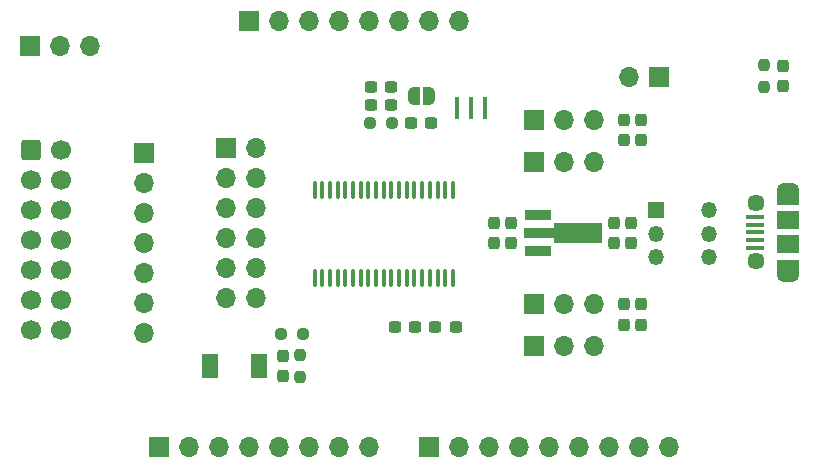
<source format=gts>
G04 #@! TF.GenerationSoftware,KiCad,Pcbnew,(6.0.7)*
G04 #@! TF.CreationDate,2022-09-17T20:46:44+02:00*
G04 #@! TF.ProjectId,SLAU272_FR5739,534c4155-3237-4325-9f46-52353733392e,rev?*
G04 #@! TF.SameCoordinates,Original*
G04 #@! TF.FileFunction,Soldermask,Top*
G04 #@! TF.FilePolarity,Negative*
%FSLAX46Y46*%
G04 Gerber Fmt 4.6, Leading zero omitted, Abs format (unit mm)*
G04 Created by KiCad (PCBNEW (6.0.7)) date 2022-09-17 20:46:44*
%MOMM*%
%LPD*%
G01*
G04 APERTURE LIST*
G04 Aperture macros list*
%AMRoundRect*
0 Rectangle with rounded corners*
0 $1 Rounding radius*
0 $2 $3 $4 $5 $6 $7 $8 $9 X,Y pos of 4 corners*
0 Add a 4 corners polygon primitive as box body*
4,1,4,$2,$3,$4,$5,$6,$7,$8,$9,$2,$3,0*
0 Add four circle primitives for the rounded corners*
1,1,$1+$1,$2,$3*
1,1,$1+$1,$4,$5*
1,1,$1+$1,$6,$7*
1,1,$1+$1,$8,$9*
0 Add four rect primitives between the rounded corners*
20,1,$1+$1,$2,$3,$4,$5,0*
20,1,$1+$1,$4,$5,$6,$7,0*
20,1,$1+$1,$6,$7,$8,$9,0*
20,1,$1+$1,$8,$9,$2,$3,0*%
%AMFreePoly0*
4,1,9,5.362500,-0.866500,1.237500,-0.866500,1.237500,-0.450000,-1.237500,-0.450000,-1.237500,0.450000,1.237500,0.450000,1.237500,0.866500,5.362500,0.866500,5.362500,-0.866500,5.362500,-0.866500,$1*%
%AMFreePoly1*
4,1,22,0.500000,-0.750000,0.000000,-0.750000,0.000000,-0.745033,-0.079941,-0.743568,-0.215256,-0.701293,-0.333266,-0.622738,-0.424486,-0.514219,-0.481581,-0.384460,-0.499164,-0.250000,-0.500000,-0.250000,-0.500000,0.250000,-0.499164,0.250000,-0.499963,0.256109,-0.478152,0.396186,-0.417904,0.524511,-0.324060,0.630769,-0.204165,0.706417,-0.067858,0.745374,0.000000,0.744959,0.000000,0.750000,
0.500000,0.750000,0.500000,-0.750000,0.500000,-0.750000,$1*%
%AMFreePoly2*
4,1,20,0.000000,0.744959,0.073905,0.744508,0.209726,0.703889,0.328688,0.626782,0.421226,0.519385,0.479903,0.390333,0.500000,0.250000,0.500000,-0.250000,0.499851,-0.262216,0.476331,-0.402017,0.414519,-0.529596,0.319384,-0.634700,0.198574,-0.708877,0.061801,-0.746166,0.000000,-0.745033,0.000000,-0.750000,-0.500000,-0.750000,-0.500000,0.750000,0.000000,0.750000,0.000000,0.744959,
0.000000,0.744959,$1*%
G04 Aperture macros list end*
%ADD10R,0.400000X1.900000*%
%ADD11RoundRect,0.250000X-0.600000X-0.600000X0.600000X-0.600000X0.600000X0.600000X-0.600000X0.600000X0*%
%ADD12C,1.700000*%
%ADD13RoundRect,0.237500X0.300000X0.237500X-0.300000X0.237500X-0.300000X-0.237500X0.300000X-0.237500X0*%
%ADD14R,1.700000X1.700000*%
%ADD15O,1.700000X1.700000*%
%ADD16RoundRect,0.237500X0.237500X-0.300000X0.237500X0.300000X-0.237500X0.300000X-0.237500X-0.300000X0*%
%ADD17RoundRect,0.237500X-0.250000X-0.237500X0.250000X-0.237500X0.250000X0.237500X-0.250000X0.237500X0*%
%ADD18R,2.300000X0.900000*%
%ADD19FreePoly0,0.000000*%
%ADD20RoundRect,0.237500X-0.237500X0.287500X-0.237500X-0.287500X0.237500X-0.287500X0.237500X0.287500X0*%
%ADD21RoundRect,0.237500X-0.237500X0.250000X-0.237500X-0.250000X0.237500X-0.250000X0.237500X0.250000X0*%
%ADD22RoundRect,0.237500X-0.237500X0.300000X-0.237500X-0.300000X0.237500X-0.300000X0.237500X0.300000X0*%
%ADD23R,1.550000X0.400000*%
%ADD24R,1.900000X1.200000*%
%ADD25C,1.450000*%
%ADD26O,1.900000X1.200000*%
%ADD27R,1.900000X1.500000*%
%ADD28RoundRect,0.237500X0.237500X-0.250000X0.237500X0.250000X-0.237500X0.250000X-0.237500X-0.250000X0*%
%ADD29R,1.350000X1.350000*%
%ADD30O,1.350000X1.350000*%
%ADD31RoundRect,0.100000X-0.100000X0.637500X-0.100000X-0.637500X0.100000X-0.637500X0.100000X0.637500X0*%
%ADD32R,1.400000X2.000000*%
%ADD33RoundRect,0.237500X0.250000X0.237500X-0.250000X0.237500X-0.250000X-0.237500X0.250000X-0.237500X0*%
%ADD34RoundRect,0.237500X-0.300000X-0.237500X0.300000X-0.237500X0.300000X0.237500X-0.300000X0.237500X0*%
%ADD35FreePoly1,0.000000*%
%ADD36FreePoly2,0.000000*%
G04 APERTURE END LIST*
D10*
X150856000Y-92398000D03*
X149656000Y-92398000D03*
X148456000Y-92398000D03*
D11*
X112445000Y-95950000D03*
D12*
X114985000Y-95950000D03*
X112445000Y-98490000D03*
X114985000Y-98490000D03*
X112445000Y-101030000D03*
X114985000Y-101030000D03*
X112445000Y-103570000D03*
X114985000Y-103570000D03*
X112445000Y-106110000D03*
X114985000Y-106110000D03*
X112445000Y-108650000D03*
X114985000Y-108650000D03*
X112445000Y-111190000D03*
X114985000Y-111190000D03*
D13*
X148386000Y-110940000D03*
X146661000Y-110940000D03*
X142898500Y-92144000D03*
X141173500Y-92144000D03*
D14*
X130860000Y-85030000D03*
D15*
X133400000Y-85030000D03*
X135940000Y-85030000D03*
X138480000Y-85030000D03*
X141020000Y-85030000D03*
X143560000Y-85030000D03*
X146100000Y-85030000D03*
X148640000Y-85030000D03*
D14*
X146100000Y-121100000D03*
D15*
X148640000Y-121100000D03*
X151180000Y-121100000D03*
X153720000Y-121100000D03*
X156260000Y-121100000D03*
X158800000Y-121100000D03*
X161340000Y-121100000D03*
X163880000Y-121100000D03*
X166420000Y-121100000D03*
D14*
X121970000Y-96203000D03*
D15*
X121970000Y-98743000D03*
X121970000Y-101283000D03*
X121970000Y-103823000D03*
X121970000Y-106363000D03*
X121970000Y-108903000D03*
X121970000Y-111443000D03*
D16*
X163250000Y-103862500D03*
X163250000Y-102137500D03*
X161750000Y-103862500D03*
X161750000Y-102137500D03*
X151600000Y-103862500D03*
X151600000Y-102137500D03*
X153100000Y-103862500D03*
X153100000Y-102137500D03*
D17*
X141138500Y-93664000D03*
X142963500Y-93664000D03*
D18*
X155312500Y-101500000D03*
D19*
X155400000Y-103000000D03*
D18*
X155312500Y-104500000D03*
D20*
X176100000Y-88825000D03*
X176100000Y-90575000D03*
D14*
X165600000Y-89800000D03*
D15*
X163060000Y-89800000D03*
D21*
X174500000Y-88787500D03*
X174500000Y-90612500D03*
D14*
X123240000Y-121100000D03*
D15*
X125780000Y-121100000D03*
X128320000Y-121100000D03*
X130860000Y-121100000D03*
X133400000Y-121100000D03*
X135940000Y-121100000D03*
X138480000Y-121100000D03*
X141020000Y-121100000D03*
D14*
X155000000Y-93400000D03*
D15*
X157540000Y-93400000D03*
X160080000Y-93400000D03*
D14*
X155000000Y-97000000D03*
D15*
X157540000Y-97000000D03*
X160080000Y-97000000D03*
D14*
X155000000Y-112600000D03*
D15*
X157540000Y-112600000D03*
X160080000Y-112600000D03*
D22*
X164100000Y-109037500D03*
X164100000Y-110762500D03*
X164100000Y-93437500D03*
X164100000Y-95162500D03*
X162600000Y-93437500D03*
X162600000Y-95162500D03*
D14*
X155000000Y-109000000D03*
D15*
X157540000Y-109000000D03*
X160080000Y-109000000D03*
D23*
X173758500Y-104239000D03*
X173758500Y-103589000D03*
X173758500Y-102939000D03*
X173758500Y-102289000D03*
X173758500Y-101639000D03*
D24*
X176546000Y-105839000D03*
D25*
X173846000Y-100489000D03*
D26*
X176546000Y-99339000D03*
X176546000Y-106539000D03*
D27*
X176546000Y-101939000D03*
X176546000Y-103939000D03*
D24*
X176546000Y-100039000D03*
D25*
X173846000Y-105389000D03*
D13*
X142898500Y-90644000D03*
X141173500Y-90644000D03*
D14*
X112300000Y-87180000D03*
D15*
X114840000Y-87180000D03*
X117380000Y-87180000D03*
D22*
X133738000Y-113379500D03*
X133738000Y-115104500D03*
D28*
X135238000Y-115154500D03*
X135238000Y-113329500D03*
D29*
X165350000Y-101050000D03*
D30*
X165350000Y-103050000D03*
X165350000Y-105050000D03*
X169850000Y-101050000D03*
X169850000Y-103050000D03*
X169850000Y-105050000D03*
D22*
X162600000Y-109037500D03*
X162600000Y-110762500D03*
D14*
X128969200Y-95827000D03*
D15*
X131509200Y-95827000D03*
X128969200Y-98367000D03*
X131509200Y-98367000D03*
X128969200Y-100907000D03*
X131509200Y-100907000D03*
X128969200Y-103447000D03*
X131509200Y-103447000D03*
X128969200Y-105987000D03*
X131509200Y-105987000D03*
X128969200Y-108527000D03*
X131509200Y-108527000D03*
D31*
X148140000Y-99353500D03*
X147490000Y-99353500D03*
X146840000Y-99353500D03*
X146190000Y-99353500D03*
X145540000Y-99353500D03*
X144890000Y-99353500D03*
X144240000Y-99353500D03*
X143590000Y-99353500D03*
X142940000Y-99353500D03*
X142290000Y-99353500D03*
X141640000Y-99353500D03*
X140990000Y-99353500D03*
X140340000Y-99353500D03*
X139690000Y-99353500D03*
X139040000Y-99353500D03*
X138390000Y-99353500D03*
X137740000Y-99353500D03*
X137090000Y-99353500D03*
X136440000Y-99353500D03*
X136440000Y-106778500D03*
X137090000Y-106778500D03*
X137740000Y-106778500D03*
X138390000Y-106778500D03*
X139040000Y-106778500D03*
X139690000Y-106778500D03*
X140340000Y-106778500D03*
X140990000Y-106778500D03*
X141640000Y-106778500D03*
X142290000Y-106778500D03*
X142940000Y-106778500D03*
X143590000Y-106778500D03*
X144240000Y-106778500D03*
X144890000Y-106778500D03*
X145540000Y-106778500D03*
X146190000Y-106778500D03*
X146840000Y-106778500D03*
X147490000Y-106778500D03*
X148140000Y-106778500D03*
D32*
X131749000Y-114242000D03*
X127599000Y-114242000D03*
D33*
X135455500Y-111575000D03*
X133630500Y-111575000D03*
D34*
X143205500Y-110940000D03*
X144930500Y-110940000D03*
X144602500Y-93668000D03*
X146327500Y-93668000D03*
D35*
X144815000Y-91382000D03*
D36*
X146115000Y-91382000D03*
M02*

</source>
